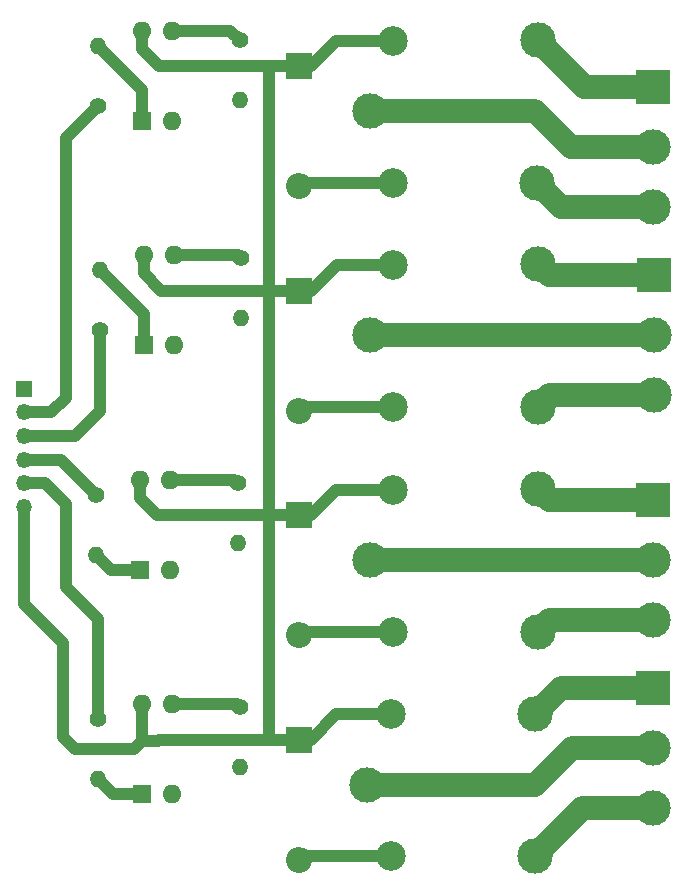
<source format=gbl>
G04 #@! TF.GenerationSoftware,KiCad,Pcbnew,8.0.6*
G04 #@! TF.CreationDate,2025-05-08T21:35:25+02:00*
G04 #@! TF.ProjectId,Relay_board,52656c61-795f-4626-9f61-72642e6b6963,rev?*
G04 #@! TF.SameCoordinates,Original*
G04 #@! TF.FileFunction,Copper,L2,Bot*
G04 #@! TF.FilePolarity,Positive*
%FSLAX46Y46*%
G04 Gerber Fmt 4.6, Leading zero omitted, Abs format (unit mm)*
G04 Created by KiCad (PCBNEW 8.0.6) date 2025-05-08 21:35:25*
%MOMM*%
%LPD*%
G01*
G04 APERTURE LIST*
G04 #@! TA.AperFunction,ComponentPad*
%ADD10C,1.400000*%
G04 #@! TD*
G04 #@! TA.AperFunction,ComponentPad*
%ADD11O,1.400000X1.400000*%
G04 #@! TD*
G04 #@! TA.AperFunction,ComponentPad*
%ADD12R,3.000000X3.000000*%
G04 #@! TD*
G04 #@! TA.AperFunction,ComponentPad*
%ADD13C,3.000000*%
G04 #@! TD*
G04 #@! TA.AperFunction,ComponentPad*
%ADD14R,1.600000X1.600000*%
G04 #@! TD*
G04 #@! TA.AperFunction,ComponentPad*
%ADD15O,1.600000X1.600000*%
G04 #@! TD*
G04 #@! TA.AperFunction,ComponentPad*
%ADD16C,2.500000*%
G04 #@! TD*
G04 #@! TA.AperFunction,ComponentPad*
%ADD17R,2.200000X2.200000*%
G04 #@! TD*
G04 #@! TA.AperFunction,ComponentPad*
%ADD18O,2.200000X2.200000*%
G04 #@! TD*
G04 #@! TA.AperFunction,ComponentPad*
%ADD19R,1.350000X1.350000*%
G04 #@! TD*
G04 #@! TA.AperFunction,ComponentPad*
%ADD20O,1.350000X1.350000*%
G04 #@! TD*
G04 #@! TA.AperFunction,Conductor*
%ADD21C,1.000000*%
G04 #@! TD*
G04 #@! TA.AperFunction,Conductor*
%ADD22C,2.000000*%
G04 #@! TD*
G04 APERTURE END LIST*
D10*
X125125000Y-75460000D03*
D11*
X125125000Y-80540000D03*
D12*
X160050000Y-76870000D03*
D13*
X160050000Y-81950000D03*
X160050000Y-87030000D03*
D10*
X124810000Y-94460000D03*
D11*
X124810000Y-99540000D03*
D14*
X116725000Y-120800000D03*
D15*
X119265000Y-120800000D03*
X119265000Y-113180000D03*
X116725000Y-113180000D03*
D12*
X160000000Y-60920000D03*
D13*
X160000000Y-66000000D03*
X160000000Y-71080000D03*
X136050000Y-101000000D03*
D16*
X138000000Y-107050000D03*
D13*
X150200000Y-107050000D03*
X150250000Y-95000000D03*
D16*
X138000000Y-95050000D03*
D12*
X160000000Y-111840000D03*
D13*
X160000000Y-116920000D03*
X160000000Y-122000000D03*
D12*
X160000000Y-95920000D03*
D13*
X160000000Y-101000000D03*
X160000000Y-106080000D03*
D17*
X130000000Y-78190000D03*
D18*
X130000000Y-88350000D03*
D17*
X130000000Y-116190000D03*
D18*
X130000000Y-126350000D03*
D10*
X125000000Y-113460000D03*
D11*
X125000000Y-118540000D03*
D10*
X113000000Y-62540000D03*
D11*
X113000000Y-57460000D03*
D10*
X125000000Y-57000000D03*
D11*
X125000000Y-62080000D03*
D10*
X112810000Y-95460000D03*
D11*
X112810000Y-100540000D03*
D13*
X136000000Y-63000000D03*
D16*
X137950000Y-69050000D03*
D13*
X150150000Y-69050000D03*
X150200000Y-57000000D03*
D16*
X137950000Y-57050000D03*
D14*
X116850000Y-82800000D03*
D15*
X119390000Y-82800000D03*
X119390000Y-75180000D03*
X116850000Y-75180000D03*
D17*
X130000000Y-97190000D03*
D18*
X130000000Y-107350000D03*
D13*
X136050000Y-81950000D03*
D16*
X138000000Y-88000000D03*
D13*
X150200000Y-88000000D03*
X150250000Y-75950000D03*
D16*
X138000000Y-76000000D03*
D10*
X113000000Y-114460000D03*
D11*
X113000000Y-119540000D03*
D17*
X130000000Y-59190000D03*
D18*
X130000000Y-69350000D03*
D10*
X113125000Y-81540000D03*
D11*
X113125000Y-76460000D03*
D14*
X116725000Y-63800000D03*
D15*
X119265000Y-63800000D03*
X119265000Y-56180000D03*
X116725000Y-56180000D03*
D13*
X135800000Y-120000000D03*
D16*
X137750000Y-126050000D03*
D13*
X149950000Y-126050000D03*
X150000000Y-114000000D03*
D16*
X137750000Y-114050000D03*
D14*
X116535000Y-101800000D03*
D15*
X119075000Y-101800000D03*
X119075000Y-94180000D03*
X116535000Y-94180000D03*
D19*
X106750000Y-86500000D03*
D20*
X106750000Y-88500000D03*
X106750000Y-90500000D03*
X106750000Y-92500000D03*
X106750000Y-94500000D03*
X106750000Y-96500000D03*
D21*
X137950000Y-69050000D02*
X130300000Y-69050000D01*
X130300000Y-69050000D02*
X130000000Y-69350000D01*
X127500000Y-78190000D02*
X131000000Y-78190000D01*
X116725000Y-56180000D02*
X116725000Y-57725000D01*
X116535000Y-94180000D02*
X116535000Y-95725000D01*
X131000000Y-78190000D02*
X133190000Y-76000000D01*
X128500000Y-97190000D02*
X129810000Y-97190000D01*
X127500000Y-59190000D02*
X127500000Y-78190000D01*
X138000000Y-95050000D02*
X133140000Y-95050000D01*
X116725000Y-113180000D02*
X116725000Y-116275000D01*
X118190000Y-116190000D02*
X118105000Y-116275000D01*
X127500000Y-78190000D02*
X127500000Y-116190000D01*
X137750000Y-114050000D02*
X133140000Y-114050000D01*
X118315000Y-78190000D02*
X127500000Y-78190000D01*
X133140000Y-57050000D02*
X137950000Y-57050000D01*
X118105000Y-116275000D02*
X116725000Y-116275000D01*
X110000000Y-116000000D02*
X110000000Y-108000000D01*
X131000000Y-59190000D02*
X133140000Y-57050000D01*
X116535000Y-95725000D02*
X118000000Y-97190000D01*
X133140000Y-95050000D02*
X131000000Y-97190000D01*
X116000000Y-117000000D02*
X111000000Y-117000000D01*
X116850000Y-76725000D02*
X118315000Y-78190000D01*
X111000000Y-117000000D02*
X110000000Y-116000000D01*
X116725000Y-116275000D02*
X116000000Y-117000000D01*
X106750000Y-96500000D02*
X106750000Y-104750000D01*
X133140000Y-114050000D02*
X131000000Y-116190000D01*
X133190000Y-76000000D02*
X138000000Y-76000000D01*
X127500000Y-116190000D02*
X130000000Y-116190000D01*
X118000000Y-97190000D02*
X128500000Y-97190000D01*
X130000000Y-116190000D02*
X118190000Y-116190000D01*
X116725000Y-57725000D02*
X118190000Y-59190000D01*
X106750000Y-104750000D02*
X110000000Y-108000000D01*
X118190000Y-59190000D02*
X127500000Y-59190000D01*
X116850000Y-75180000D02*
X116850000Y-76725000D01*
X127500000Y-59190000D02*
X131000000Y-59190000D01*
X130350000Y-88000000D02*
X130000000Y-88350000D01*
X138000000Y-88000000D02*
X130350000Y-88000000D01*
X130300000Y-107050000D02*
X130000000Y-107350000D01*
X138000000Y-107050000D02*
X130300000Y-107050000D01*
X137750000Y-126050000D02*
X130300000Y-126050000D01*
X130300000Y-126050000D02*
X130000000Y-126350000D01*
D22*
X160000000Y-60920000D02*
X154120000Y-60920000D01*
X154120000Y-60920000D02*
X150200000Y-57000000D01*
X153000000Y-66000000D02*
X150000000Y-63000000D01*
X160000000Y-66000000D02*
X153000000Y-66000000D01*
X150000000Y-63000000D02*
X136000000Y-63000000D01*
X152180000Y-71080000D02*
X150150000Y-69050000D01*
X160000000Y-71080000D02*
X152180000Y-71080000D01*
X136050000Y-81950000D02*
X160050000Y-81950000D01*
X160050000Y-76870000D02*
X151170000Y-76870000D01*
X151170000Y-76870000D02*
X150250000Y-75950000D01*
X160050000Y-87030000D02*
X151170000Y-87030000D01*
X151170000Y-87030000D02*
X150200000Y-88000000D01*
X136050000Y-101000000D02*
X160000000Y-101000000D01*
X151170000Y-106080000D02*
X150200000Y-107050000D01*
X160000000Y-106080000D02*
X151170000Y-106080000D01*
X151170000Y-95920000D02*
X150250000Y-95000000D01*
X160000000Y-95920000D02*
X151170000Y-95920000D01*
X154000000Y-122000000D02*
X149950000Y-126050000D01*
X160000000Y-122000000D02*
X154000000Y-122000000D01*
X153080000Y-116920000D02*
X150000000Y-120000000D01*
X150000000Y-120000000D02*
X135800000Y-120000000D01*
X160000000Y-116920000D02*
X153080000Y-116920000D01*
X160000000Y-111840000D02*
X152160000Y-111840000D01*
X152160000Y-111840000D02*
X150000000Y-114000000D01*
D21*
X109000000Y-88500000D02*
X110250000Y-87250000D01*
X110250000Y-65290000D02*
X113000000Y-62540000D01*
X110250000Y-87250000D02*
X110250000Y-65290000D01*
X106750000Y-88500000D02*
X109000000Y-88500000D01*
X106750000Y-94500000D02*
X108500000Y-94500000D01*
X110250000Y-96250000D02*
X110250000Y-103250000D01*
X108500000Y-94500000D02*
X110250000Y-96250000D01*
X113000000Y-106000000D02*
X113000000Y-114460000D01*
X110250000Y-103250000D02*
X113000000Y-106000000D01*
X106750000Y-92500000D02*
X109850000Y-92500000D01*
X109850000Y-92500000D02*
X112810000Y-95460000D01*
X106750000Y-90500000D02*
X111000000Y-90500000D01*
X111000000Y-90500000D02*
X113125000Y-88375000D01*
X113125000Y-88375000D02*
X113125000Y-81540000D01*
X116725000Y-63800000D02*
X116725000Y-61185000D01*
X116725000Y-61185000D02*
X113000000Y-57460000D01*
X119265000Y-56180000D02*
X124180000Y-56180000D01*
X124180000Y-56180000D02*
X125000000Y-57000000D01*
X116850000Y-80185000D02*
X113125000Y-76460000D01*
X116850000Y-82800000D02*
X116850000Y-80185000D01*
X119390000Y-75180000D02*
X124845000Y-75180000D01*
X124845000Y-75180000D02*
X125125000Y-75460000D01*
X116535000Y-101800000D02*
X114070000Y-101800000D01*
X114070000Y-101800000D02*
X112810000Y-100540000D01*
X119075000Y-94180000D02*
X124530000Y-94180000D01*
X124530000Y-94180000D02*
X124810000Y-94460000D01*
X116725000Y-120800000D02*
X114260000Y-120800000D01*
X114260000Y-120800000D02*
X113000000Y-119540000D01*
X119265000Y-113180000D02*
X124720000Y-113180000D01*
X124720000Y-113180000D02*
X125000000Y-113460000D01*
M02*

</source>
